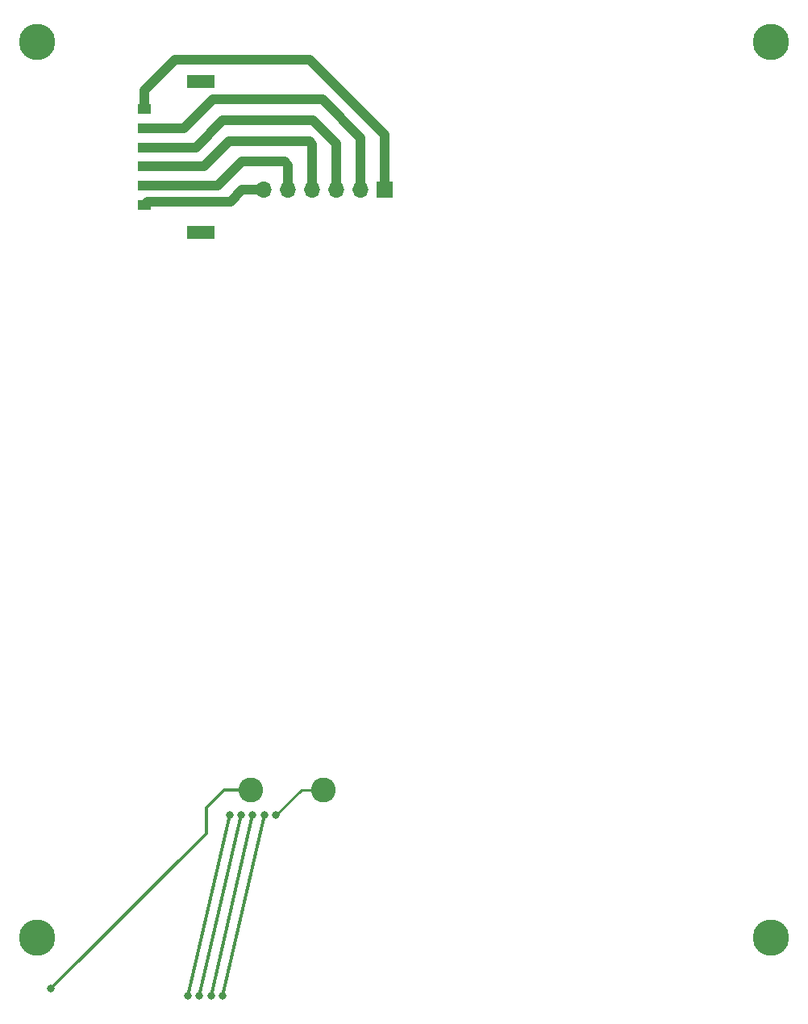
<source format=gbl>
G04 #@! TF.GenerationSoftware,KiCad,Pcbnew,(6.0.5)*
G04 #@! TF.CreationDate,2023-05-08T02:16:42-07:00*
G04 #@! TF.ProjectId,Coil_Panels_XY,436f696c-5f50-4616-9e65-6c735f58592e,rev?*
G04 #@! TF.SameCoordinates,Original*
G04 #@! TF.FileFunction,Copper,L6,Bot*
G04 #@! TF.FilePolarity,Positive*
%FSLAX46Y46*%
G04 Gerber Fmt 4.6, Leading zero omitted, Abs format (unit mm)*
G04 Created by KiCad (PCBNEW (6.0.5)) date 2023-05-08 02:16:42*
%MOMM*%
%LPD*%
G01*
G04 APERTURE LIST*
G04 #@! TA.AperFunction,ComponentPad*
%ADD10R,1.700000X1.700000*%
G04 #@! TD*
G04 #@! TA.AperFunction,ComponentPad*
%ADD11O,1.700000X1.700000*%
G04 #@! TD*
G04 #@! TA.AperFunction,ConnectorPad*
%ADD12C,3.800000*%
G04 #@! TD*
G04 #@! TA.AperFunction,ComponentPad*
%ADD13C,2.600000*%
G04 #@! TD*
G04 #@! TA.AperFunction,SMDPad,CuDef*
%ADD14R,1.450000X1.100000*%
G04 #@! TD*
G04 #@! TA.AperFunction,SMDPad,CuDef*
%ADD15R,2.900000X1.350000*%
G04 #@! TD*
G04 #@! TA.AperFunction,ViaPad*
%ADD16C,0.800000*%
G04 #@! TD*
G04 #@! TA.AperFunction,Conductor*
%ADD17C,1.000000*%
G04 #@! TD*
G04 #@! TA.AperFunction,Conductor*
%ADD18C,0.306000*%
G04 #@! TD*
G04 #@! TA.AperFunction,Conductor*
%ADD19C,0.250000*%
G04 #@! TD*
G04 APERTURE END LIST*
D10*
X151546000Y-60997997D03*
D11*
X149006000Y-60997997D03*
X146466000Y-60997997D03*
X143926000Y-60997997D03*
X141386000Y-60997997D03*
X138846000Y-60997997D03*
D12*
X192046000Y-139497997D03*
D13*
X192046000Y-139497997D03*
X137492000Y-123944000D03*
X145112000Y-123944000D03*
D12*
X192046000Y-45497997D03*
D13*
X192046000Y-45497997D03*
D12*
X115046000Y-45497997D03*
D13*
X115046000Y-45497997D03*
X115046000Y-139497997D03*
D12*
X115046000Y-139497997D03*
D14*
X126270000Y-52550000D03*
X126270000Y-54550000D03*
X126270000Y-56550000D03*
X126270000Y-58550000D03*
X126270000Y-60550000D03*
X126270000Y-62550000D03*
D15*
X132245000Y-49655000D03*
X132245000Y-65445000D03*
D16*
X135215999Y-126594000D03*
X116460000Y-144830000D03*
X134506000Y-145566000D03*
X136439999Y-126594000D03*
X132058000Y-145566000D03*
X138887999Y-126594000D03*
X130833999Y-145566000D03*
X137663999Y-126594000D03*
X133282000Y-145566000D03*
X140111999Y-126594000D03*
D17*
X136562003Y-60997997D02*
X138846000Y-60997997D01*
X135328089Y-62231911D02*
X136562003Y-60997997D01*
X126588089Y-62231911D02*
X135328089Y-62231911D01*
X126270000Y-62550000D02*
X126588089Y-62231911D01*
X141386000Y-58416000D02*
X141386000Y-60997997D01*
X140980000Y-58010000D02*
X141386000Y-58416000D01*
X136550000Y-58010000D02*
X140980000Y-58010000D01*
X134010000Y-60550000D02*
X136550000Y-58010000D01*
X126270000Y-60550000D02*
X134010000Y-60550000D01*
X143610000Y-55930000D02*
X143926000Y-56246000D01*
X135150000Y-55930000D02*
X143610000Y-55930000D01*
X143926000Y-56246000D02*
X143926000Y-60997997D01*
X126270000Y-58550000D02*
X132530000Y-58550000D01*
X132530000Y-58550000D02*
X135150000Y-55930000D01*
X146466000Y-56156000D02*
X146466000Y-60997997D01*
X144010000Y-53700000D02*
X146466000Y-56156000D01*
X134520000Y-53700000D02*
X144010000Y-53700000D01*
X131670000Y-56550000D02*
X134520000Y-53700000D01*
X126270000Y-56550000D02*
X131670000Y-56550000D01*
X149006000Y-55526000D02*
X149006000Y-60997997D01*
X145000000Y-51520000D02*
X149006000Y-55526000D01*
X133470000Y-51520000D02*
X145000000Y-51520000D01*
X130440000Y-54550000D02*
X133470000Y-51520000D01*
X126270000Y-54550000D02*
X130440000Y-54550000D01*
X151546000Y-55256000D02*
X151546000Y-60997997D01*
X143630000Y-47340000D02*
X151546000Y-55256000D01*
X129510000Y-47340000D02*
X143630000Y-47340000D01*
X126270000Y-50580000D02*
X129510000Y-47340000D01*
X126270000Y-52550000D02*
X126270000Y-50580000D01*
D18*
X132780000Y-125800000D02*
X134636000Y-123944000D01*
X132780000Y-128510000D02*
X132780000Y-125800000D01*
D19*
X140111999Y-126594000D02*
X142761999Y-123944000D01*
D18*
X134506000Y-145566000D02*
X138887999Y-126594000D01*
X134636000Y-123944000D02*
X137492000Y-123944000D01*
X130833999Y-145566000D02*
X135215999Y-126594000D01*
D19*
X142761999Y-123944000D02*
X145112000Y-123944000D01*
D18*
X116460000Y-144830000D02*
X132780000Y-128510000D01*
X132058000Y-145566000D02*
X136439999Y-126594000D01*
X133282000Y-145566000D02*
X137663999Y-126594000D01*
M02*

</source>
